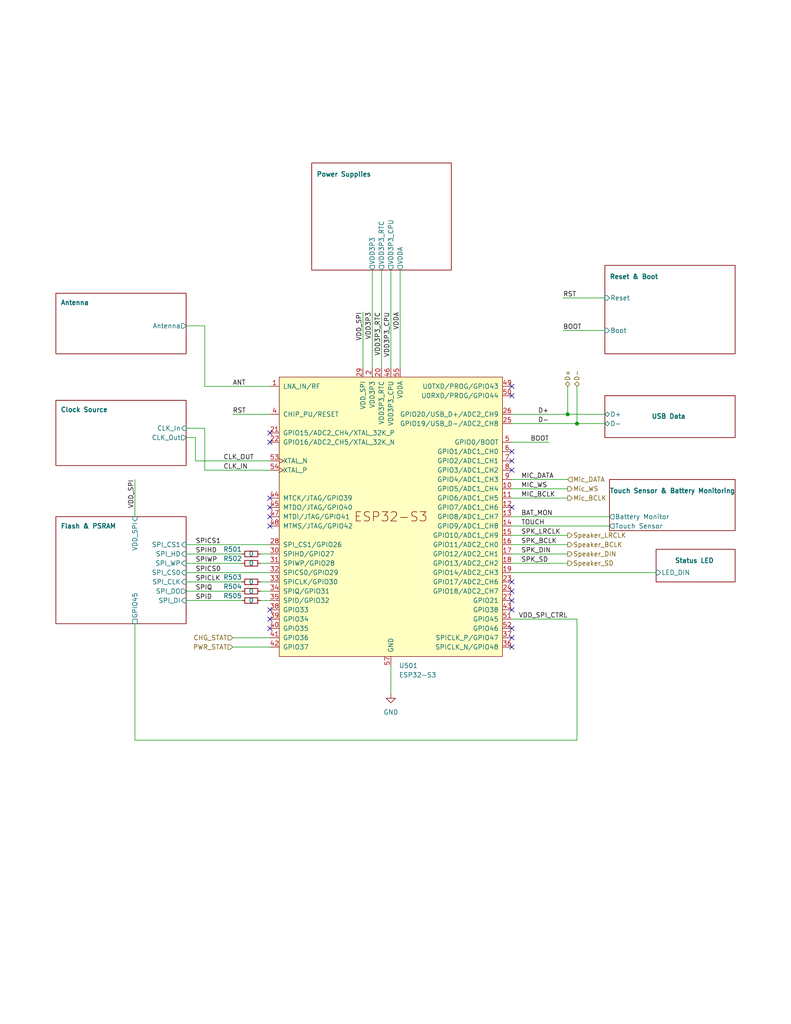
<source format=kicad_sch>
(kicad_sch
	(version 20231120)
	(generator "eeschema")
	(generator_version "8.0")
	(uuid "f7d267ff-5fff-420f-b306-f70ee542483c")
	(paper "A" portrait)
	(title_block
		(title "Comms Badge Voice Assistant")
		(date "2024-03-02")
		(rev "0.1.1")
		(company "Home Sweet Home Assistant")
	)
	(lib_symbols
		(symbol "Comms Badge Voice Assistant Project:ESP32-S3"
			(pin_names
				(offset 1.016)
			)
			(exclude_from_sim no)
			(in_bom yes)
			(on_board yes)
			(property "Reference" "U"
				(at -30.48 43.18 0)
				(effects
					(font
						(size 1.27 1.27)
					)
					(justify left)
				)
			)
			(property "Value" "ESP32-S3"
				(at -30.48 40.64 0)
				(effects
					(font
						(size 1.27 1.27)
					)
					(justify left)
				)
			)
			(property "Footprint" "Package_DFN_QFN:QFN-56-1EP_7x7mm_P0.4mm_EP5.6x5.6mm"
				(at 0 -48.26 0)
				(effects
					(font
						(size 1.27 1.27)
					)
					(hide yes)
				)
			)
			(property "Datasheet" "https://www.espressif.com/sites/default/files/documentation/esp32-s3_datasheet_en.pdf"
				(at 0 -50.8 0)
				(effects
					(font
						(size 1.27 1.27)
					)
					(hide yes)
				)
			)
			(property "Description" "ESP32-S3 is a low-power MCU-based system-on-chip (SoC) that supports 2.4 GHz Wi-Fi and Bluetooth® Low Energy (Bluetooth LE). It consists of high-performance dual-core microprocessor (Xtensa® 32-bit LX7), a low power coprocessor, a Wi-Fi baseband, a Bluetooth LE baseband, RF module, and peripherals."
				(at 0 0 0)
				(effects
					(font
						(size 1.27 1.27)
					)
					(hide yes)
				)
			)
			(symbol "ESP32-S3_0_0"
				(text "ESP32-S3"
					(at 0 0 0)
					(effects
						(font
							(size 2.54 2.54)
						)
					)
				)
				(pin bidirectional line
					(at 33.02 -35.56 180)
					(length 2.54)
					(name "SPICLK_N/GPIO48"
						(effects
							(font
								(size 1.27 1.27)
							)
						)
					)
					(number "36"
						(effects
							(font
								(size 1.27 1.27)
							)
						)
					)
				)
				(pin bidirectional line
					(at 33.02 -33.02 180)
					(length 2.54)
					(name "SPICLK_P/GPIO47"
						(effects
							(font
								(size 1.27 1.27)
							)
						)
					)
					(number "37"
						(effects
							(font
								(size 1.27 1.27)
							)
						)
					)
				)
			)
			(symbol "ESP32-S3_0_1"
				(rectangle
					(start -30.48 38.1)
					(end 30.48 -38.1)
					(stroke
						(width 0)
						(type default)
					)
					(fill
						(type background)
					)
				)
			)
			(symbol "ESP32-S3_1_1"
				(pin bidirectional line
					(at -33.02 35.56 0)
					(length 2.54)
					(name "LNA_IN/RF"
						(effects
							(font
								(size 1.27 1.27)
							)
						)
					)
					(number "1"
						(effects
							(font
								(size 1.27 1.27)
							)
						)
					)
				)
				(pin bidirectional line
					(at 33.02 7.62 180)
					(length 2.54)
					(name "GPIO5/ADC1_CH4"
						(effects
							(font
								(size 1.27 1.27)
							)
						)
					)
					(number "10"
						(effects
							(font
								(size 1.27 1.27)
							)
						)
					)
				)
				(pin bidirectional line
					(at 33.02 5.08 180)
					(length 2.54)
					(name "GPIO6/ADC1_CH5"
						(effects
							(font
								(size 1.27 1.27)
							)
						)
					)
					(number "11"
						(effects
							(font
								(size 1.27 1.27)
							)
						)
					)
				)
				(pin bidirectional line
					(at 33.02 2.54 180)
					(length 2.54)
					(name "GPIO7/ADC1_CH6"
						(effects
							(font
								(size 1.27 1.27)
							)
						)
					)
					(number "12"
						(effects
							(font
								(size 1.27 1.27)
							)
						)
					)
				)
				(pin bidirectional line
					(at 33.02 0 180)
					(length 2.54)
					(name "GPIO8/ADC1_CH7"
						(effects
							(font
								(size 1.27 1.27)
							)
						)
					)
					(number "13"
						(effects
							(font
								(size 1.27 1.27)
							)
						)
					)
				)
				(pin bidirectional line
					(at 33.02 -2.54 180)
					(length 2.54)
					(name "GPIO9/ADC1_CH8"
						(effects
							(font
								(size 1.27 1.27)
							)
						)
					)
					(number "14"
						(effects
							(font
								(size 1.27 1.27)
							)
						)
					)
				)
				(pin bidirectional line
					(at 33.02 -5.08 180)
					(length 2.54)
					(name "GPIO10/ADC1_CH9"
						(effects
							(font
								(size 1.27 1.27)
							)
						)
					)
					(number "15"
						(effects
							(font
								(size 1.27 1.27)
							)
						)
					)
				)
				(pin bidirectional line
					(at 33.02 -7.62 180)
					(length 2.54)
					(name "GPIO11/ADC2_CH0"
						(effects
							(font
								(size 1.27 1.27)
							)
						)
					)
					(number "16"
						(effects
							(font
								(size 1.27 1.27)
							)
						)
					)
				)
				(pin bidirectional line
					(at 33.02 -10.16 180)
					(length 2.54)
					(name "GPIO12/ADC2_CH1"
						(effects
							(font
								(size 1.27 1.27)
							)
						)
					)
					(number "17"
						(effects
							(font
								(size 1.27 1.27)
							)
						)
					)
				)
				(pin bidirectional line
					(at 33.02 -12.7 180)
					(length 2.54)
					(name "GPIO13/ADC2_CH2"
						(effects
							(font
								(size 1.27 1.27)
							)
						)
					)
					(number "18"
						(effects
							(font
								(size 1.27 1.27)
							)
						)
					)
				)
				(pin bidirectional line
					(at 33.02 -15.24 180)
					(length 2.54)
					(name "GPIO14/ADC2_CH3"
						(effects
							(font
								(size 1.27 1.27)
							)
						)
					)
					(number "19"
						(effects
							(font
								(size 1.27 1.27)
							)
						)
					)
				)
				(pin power_in line
					(at -5.08 40.64 270)
					(length 2.54)
					(name "VDD3P3"
						(effects
							(font
								(size 1.27 1.27)
							)
						)
					)
					(number "2"
						(effects
							(font
								(size 1.27 1.27)
							)
						)
					)
				)
				(pin power_in line
					(at -2.54 40.64 270)
					(length 2.54)
					(name "VDD3P3_RTC"
						(effects
							(font
								(size 1.27 1.27)
							)
						)
					)
					(number "20"
						(effects
							(font
								(size 1.27 1.27)
							)
						)
					)
				)
				(pin bidirectional line
					(at -33.02 22.86 0)
					(length 2.54)
					(name "GPIO15/ADC2_CH4/XTAL_32K_P"
						(effects
							(font
								(size 1.27 1.27)
							)
						)
					)
					(number "21"
						(effects
							(font
								(size 1.27 1.27)
							)
						)
					)
				)
				(pin bidirectional line
					(at -33.02 20.32 0)
					(length 2.54)
					(name "GPIO16/ADC2_CH5/XTAL_32K_N"
						(effects
							(font
								(size 1.27 1.27)
							)
						)
					)
					(number "22"
						(effects
							(font
								(size 1.27 1.27)
							)
						)
					)
				)
				(pin bidirectional line
					(at 33.02 -17.78 180)
					(length 2.54)
					(name "GPIO17/ADC2_CH6"
						(effects
							(font
								(size 1.27 1.27)
							)
						)
					)
					(number "23"
						(effects
							(font
								(size 1.27 1.27)
							)
						)
					)
				)
				(pin bidirectional line
					(at 33.02 -20.32 180)
					(length 2.54)
					(name "GPIO18/ADC2_CH7"
						(effects
							(font
								(size 1.27 1.27)
							)
						)
					)
					(number "24"
						(effects
							(font
								(size 1.27 1.27)
							)
						)
					)
				)
				(pin bidirectional line
					(at 33.02 25.4 180)
					(length 2.54)
					(name "GPIO19/USB_D-/ADC2_CH8"
						(effects
							(font
								(size 1.27 1.27)
							)
						)
					)
					(number "25"
						(effects
							(font
								(size 1.27 1.27)
							)
						)
					)
				)
				(pin bidirectional line
					(at 33.02 27.94 180)
					(length 2.54)
					(name "GPIO20/USB_D+/ADC2_CH9"
						(effects
							(font
								(size 1.27 1.27)
							)
						)
					)
					(number "26"
						(effects
							(font
								(size 1.27 1.27)
							)
						)
					)
				)
				(pin bidirectional line
					(at 33.02 -22.86 180)
					(length 2.54)
					(name "GPIO21"
						(effects
							(font
								(size 1.27 1.27)
							)
						)
					)
					(number "27"
						(effects
							(font
								(size 1.27 1.27)
							)
						)
					)
				)
				(pin bidirectional line
					(at -33.02 -7.62 0)
					(length 2.54)
					(name "SPI_CS1/GPIO26"
						(effects
							(font
								(size 1.27 1.27)
							)
						)
					)
					(number "28"
						(effects
							(font
								(size 1.27 1.27)
							)
						)
					)
				)
				(pin power_out line
					(at -7.62 40.64 270)
					(length 2.54)
					(name "VDD_SPI"
						(effects
							(font
								(size 1.27 1.27)
							)
						)
					)
					(number "29"
						(effects
							(font
								(size 1.27 1.27)
							)
						)
					)
				)
				(pin power_in line
					(at -5.08 40.64 270)
					(length 2.54) hide
					(name "VDD3P3"
						(effects
							(font
								(size 1.27 1.27)
							)
						)
					)
					(number "3"
						(effects
							(font
								(size 1.27 1.27)
							)
						)
					)
				)
				(pin bidirectional line
					(at -33.02 -10.16 0)
					(length 2.54)
					(name "SPIHD/GPIO27"
						(effects
							(font
								(size 1.27 1.27)
							)
						)
					)
					(number "30"
						(effects
							(font
								(size 1.27 1.27)
							)
						)
					)
				)
				(pin bidirectional line
					(at -33.02 -12.7 0)
					(length 2.54)
					(name "SPIWP/GPIO28"
						(effects
							(font
								(size 1.27 1.27)
							)
						)
					)
					(number "31"
						(effects
							(font
								(size 1.27 1.27)
							)
						)
					)
				)
				(pin bidirectional line
					(at -33.02 -15.24 0)
					(length 2.54)
					(name "SPICS0/GPIO29"
						(effects
							(font
								(size 1.27 1.27)
							)
						)
					)
					(number "32"
						(effects
							(font
								(size 1.27 1.27)
							)
						)
					)
				)
				(pin bidirectional line
					(at -33.02 -17.78 0)
					(length 2.54)
					(name "SPICLK/GPIO30"
						(effects
							(font
								(size 1.27 1.27)
							)
						)
					)
					(number "33"
						(effects
							(font
								(size 1.27 1.27)
							)
						)
					)
				)
				(pin bidirectional line
					(at -33.02 -20.32 0)
					(length 2.54)
					(name "SPIQ/GPIO31"
						(effects
							(font
								(size 1.27 1.27)
							)
						)
					)
					(number "34"
						(effects
							(font
								(size 1.27 1.27)
							)
						)
					)
				)
				(pin bidirectional line
					(at -33.02 -22.86 0)
					(length 2.54)
					(name "SPID/GPIO32"
						(effects
							(font
								(size 1.27 1.27)
							)
						)
					)
					(number "35"
						(effects
							(font
								(size 1.27 1.27)
							)
						)
					)
				)
				(pin bidirectional line
					(at -33.02 -25.4 0)
					(length 2.54)
					(name "GPIO33"
						(effects
							(font
								(size 1.27 1.27)
							)
						)
					)
					(number "38"
						(effects
							(font
								(size 1.27 1.27)
							)
						)
					)
				)
				(pin bidirectional line
					(at -33.02 -27.94 0)
					(length 2.54)
					(name "GPIO34"
						(effects
							(font
								(size 1.27 1.27)
							)
						)
					)
					(number "39"
						(effects
							(font
								(size 1.27 1.27)
							)
						)
					)
				)
				(pin input line
					(at -33.02 27.94 0)
					(length 2.54)
					(name "CHIP_PU/RESET"
						(effects
							(font
								(size 1.27 1.27)
							)
						)
					)
					(number "4"
						(effects
							(font
								(size 1.27 1.27)
							)
						)
					)
				)
				(pin bidirectional line
					(at -33.02 -30.48 0)
					(length 2.54)
					(name "GPIO35"
						(effects
							(font
								(size 1.27 1.27)
							)
						)
					)
					(number "40"
						(effects
							(font
								(size 1.27 1.27)
							)
						)
					)
				)
				(pin bidirectional line
					(at -33.02 -33.02 0)
					(length 2.54)
					(name "GPIO36"
						(effects
							(font
								(size 1.27 1.27)
							)
						)
					)
					(number "41"
						(effects
							(font
								(size 1.27 1.27)
							)
						)
					)
				)
				(pin bidirectional line
					(at -33.02 -35.56 0)
					(length 2.54)
					(name "GPIO37"
						(effects
							(font
								(size 1.27 1.27)
							)
						)
					)
					(number "42"
						(effects
							(font
								(size 1.27 1.27)
							)
						)
					)
				)
				(pin bidirectional line
					(at 33.02 -25.4 180)
					(length 2.54)
					(name "GPIO38"
						(effects
							(font
								(size 1.27 1.27)
							)
						)
					)
					(number "43"
						(effects
							(font
								(size 1.27 1.27)
							)
						)
					)
				)
				(pin bidirectional line
					(at -33.02 5.08 0)
					(length 2.54)
					(name "MTCK/JTAG/GPIO39"
						(effects
							(font
								(size 1.27 1.27)
							)
						)
					)
					(number "44"
						(effects
							(font
								(size 1.27 1.27)
							)
						)
					)
				)
				(pin bidirectional line
					(at -33.02 2.54 0)
					(length 2.54)
					(name "MTDO/JTAG/GPIO40"
						(effects
							(font
								(size 1.27 1.27)
							)
						)
					)
					(number "45"
						(effects
							(font
								(size 1.27 1.27)
							)
						)
					)
				)
				(pin power_in line
					(at 0 40.64 270)
					(length 2.54)
					(name "VDD3P3_CPU"
						(effects
							(font
								(size 1.27 1.27)
							)
						)
					)
					(number "46"
						(effects
							(font
								(size 1.27 1.27)
							)
						)
					)
				)
				(pin bidirectional line
					(at -33.02 0 0)
					(length 2.54)
					(name "MTDI/JTAG/GPIO41"
						(effects
							(font
								(size 1.27 1.27)
							)
						)
					)
					(number "47"
						(effects
							(font
								(size 1.27 1.27)
							)
						)
					)
				)
				(pin bidirectional line
					(at -33.02 -2.54 0)
					(length 2.54)
					(name "MTMS/JTAG/GPIO42"
						(effects
							(font
								(size 1.27 1.27)
							)
						)
					)
					(number "48"
						(effects
							(font
								(size 1.27 1.27)
							)
						)
					)
				)
				(pin bidirectional line
					(at 33.02 35.56 180)
					(length 2.54)
					(name "U0TXD/PROG/GPIO43"
						(effects
							(font
								(size 1.27 1.27)
							)
						)
					)
					(number "49"
						(effects
							(font
								(size 1.27 1.27)
							)
						)
					)
				)
				(pin bidirectional line
					(at 33.02 20.32 180)
					(length 2.54)
					(name "GPIO0/BOOT"
						(effects
							(font
								(size 1.27 1.27)
							)
						)
					)
					(number "5"
						(effects
							(font
								(size 1.27 1.27)
							)
						)
					)
				)
				(pin bidirectional line
					(at 33.02 33.02 180)
					(length 2.54)
					(name "U0RXD/PROG/GPIO44"
						(effects
							(font
								(size 1.27 1.27)
							)
						)
					)
					(number "50"
						(effects
							(font
								(size 1.27 1.27)
							)
						)
					)
				)
				(pin bidirectional line
					(at 33.02 -27.94 180)
					(length 2.54)
					(name "GPIO45"
						(effects
							(font
								(size 1.27 1.27)
							)
						)
					)
					(number "51"
						(effects
							(font
								(size 1.27 1.27)
							)
						)
					)
				)
				(pin bidirectional line
					(at 33.02 -30.48 180)
					(length 2.54)
					(name "GPIO46"
						(effects
							(font
								(size 1.27 1.27)
							)
						)
					)
					(number "52"
						(effects
							(font
								(size 1.27 1.27)
							)
						)
					)
				)
				(pin input clock
					(at -33.02 15.24 0)
					(length 2.54)
					(name "XTAL_N"
						(effects
							(font
								(size 1.27 1.27)
							)
						)
					)
					(number "53"
						(effects
							(font
								(size 1.27 1.27)
							)
						)
					)
				)
				(pin output clock
					(at -33.02 12.7 0)
					(length 2.54)
					(name "XTAL_P"
						(effects
							(font
								(size 1.27 1.27)
							)
						)
					)
					(number "54"
						(effects
							(font
								(size 1.27 1.27)
							)
						)
					)
				)
				(pin power_in line
					(at 2.54 40.64 270)
					(length 2.54)
					(name "VDDA"
						(effects
							(font
								(size 1.27 1.27)
							)
						)
					)
					(number "55"
						(effects
							(font
								(size 1.27 1.27)
							)
						)
					)
				)
				(pin passive line
					(at 2.54 40.64 270)
					(length 2.54) hide
					(name "VDDA"
						(effects
							(font
								(size 1.27 1.27)
							)
						)
					)
					(number "56"
						(effects
							(font
								(size 1.27 1.27)
							)
						)
					)
				)
				(pin power_in line
					(at 0 -40.64 90)
					(length 2.54)
					(name "GND"
						(effects
							(font
								(size 1.27 1.27)
							)
						)
					)
					(number "57"
						(effects
							(font
								(size 1.27 1.27)
							)
						)
					)
				)
				(pin bidirectional line
					(at 33.02 17.78 180)
					(length 2.54)
					(name "GPIO1/ADC1_CH0"
						(effects
							(font
								(size 1.27 1.27)
							)
						)
					)
					(number "6"
						(effects
							(font
								(size 1.27 1.27)
							)
						)
					)
				)
				(pin bidirectional line
					(at 33.02 15.24 180)
					(length 2.54)
					(name "GPIO2/ADC1_CH1"
						(effects
							(font
								(size 1.27 1.27)
							)
						)
					)
					(number "7"
						(effects
							(font
								(size 1.27 1.27)
							)
						)
					)
				)
				(pin bidirectional line
					(at 33.02 12.7 180)
					(length 2.54)
					(name "GPIO3/ADC1_CH2"
						(effects
							(font
								(size 1.27 1.27)
							)
						)
					)
					(number "8"
						(effects
							(font
								(size 1.27 1.27)
							)
						)
					)
				)
				(pin bidirectional line
					(at 33.02 10.16 180)
					(length 2.54)
					(name "GPIO4/ADC1_CH3"
						(effects
							(font
								(size 1.27 1.27)
							)
						)
					)
					(number "9"
						(effects
							(font
								(size 1.27 1.27)
							)
						)
					)
				)
			)
		)
		(symbol "Comms Badge Voice Assistant Project:GND"
			(power)
			(pin_names
				(offset 0)
			)
			(exclude_from_sim no)
			(in_bom yes)
			(on_board yes)
			(property "Reference" "#PWR"
				(at 0 -6.35 0)
				(effects
					(font
						(size 1.27 1.27)
					)
					(hide yes)
				)
			)
			(property "Value" "GND"
				(at 0 -3.81 0)
				(effects
					(font
						(size 1.27 1.27)
					)
				)
			)
			(property "Footprint" ""
				(at 0 0 0)
				(effects
					(font
						(size 1.27 1.27)
					)
					(hide yes)
				)
			)
			(property "Datasheet" ""
				(at 0 0 0)
				(effects
					(font
						(size 1.27 1.27)
					)
					(hide yes)
				)
			)
			(property "Description" "Power symbol creates a global label with name \"GND\" , ground"
				(at 0 0 0)
				(effects
					(font
						(size 1.27 1.27)
					)
					(hide yes)
				)
			)
			(property "ki_keywords" "global power"
				(at 0 0 0)
				(effects
					(font
						(size 1.27 1.27)
					)
					(hide yes)
				)
			)
			(symbol "GND_0_1"
				(polyline
					(pts
						(xy 0 0) (xy 0 -1.27) (xy 1.27 -1.27) (xy 0 -2.54) (xy -1.27 -1.27) (xy 0 -1.27)
					)
					(stroke
						(width 0)
						(type default)
					)
					(fill
						(type none)
					)
				)
			)
			(symbol "GND_1_1"
				(pin power_in line
					(at 0 0 270)
					(length 0) hide
					(name "GND"
						(effects
							(font
								(size 1.27 1.27)
							)
						)
					)
					(number "1"
						(effects
							(font
								(size 1.27 1.27)
							)
						)
					)
				)
			)
		)
		(symbol "Comms Badge Voice Assistant Project:R_Small"
			(pin_numbers hide)
			(pin_names
				(offset 0.254) hide)
			(exclude_from_sim no)
			(in_bom yes)
			(on_board yes)
			(property "Reference" "R"
				(at 0.762 0.508 0)
				(effects
					(font
						(size 1.27 1.27)
					)
					(justify left)
				)
			)
			(property "Value" "R_Small"
				(at 0.762 -1.016 0)
				(effects
					(font
						(size 1.27 1.27)
					)
					(justify left)
				)
			)
			(property "Footprint" ""
				(at 0 0 0)
				(effects
					(font
						(size 1.27 1.27)
					)
					(hide yes)
				)
			)
			(property "Datasheet" "~"
				(at 0 0 0)
				(effects
					(font
						(size 1.27 1.27)
					)
					(hide yes)
				)
			)
			(property "Description" "Resistor, small symbol"
				(at 0 0 0)
				(effects
					(font
						(size 1.27 1.27)
					)
					(hide yes)
				)
			)
			(property "ki_keywords" "R resistor"
				(at 0 0 0)
				(effects
					(font
						(size 1.27 1.27)
					)
					(hide yes)
				)
			)
			(property "ki_fp_filters" "R_*"
				(at 0 0 0)
				(effects
					(font
						(size 1.27 1.27)
					)
					(hide yes)
				)
			)
			(symbol "R_Small_0_1"
				(rectangle
					(start -0.762 1.778)
					(end 0.762 -1.778)
					(stroke
						(width 0.2032)
						(type default)
					)
					(fill
						(type none)
					)
				)
			)
			(symbol "R_Small_1_1"
				(pin passive line
					(at 0 2.54 270)
					(length 0.762)
					(name "~"
						(effects
							(font
								(size 1.27 1.27)
							)
						)
					)
					(number "1"
						(effects
							(font
								(size 1.27 1.27)
							)
						)
					)
				)
				(pin passive line
					(at 0 -2.54 90)
					(length 0.762)
					(name "~"
						(effects
							(font
								(size 1.27 1.27)
							)
						)
					)
					(number "2"
						(effects
							(font
								(size 1.27 1.27)
							)
						)
					)
				)
			)
		)
	)
	(junction
		(at 154.94 113.03)
		(diameter 0)
		(color 0 0 0 0)
		(uuid "3c641a87-cf9b-41d4-892e-0ed6c2ff68a2")
	)
	(junction
		(at 157.48 115.57)
		(diameter 0)
		(color 0 0 0 0)
		(uuid "747792fc-17c8-493a-9665-f0036714eeb0")
	)
	(no_connect
		(at 73.66 140.97)
		(uuid "0ec4eae1-bdef-4a92-87c8-3dd25cc456c4")
	)
	(no_connect
		(at 73.66 135.89)
		(uuid "2acc073c-1ff6-499e-89ba-cb2b0c68418c")
	)
	(no_connect
		(at 139.7 171.45)
		(uuid "2ef250c6-a94b-46b4-84e5-f4b6cc46d1ed")
	)
	(no_connect
		(at 73.66 143.51)
		(uuid "2f7bfcae-7481-4a5f-bd1d-8f8e4c7bdcf9")
	)
	(no_connect
		(at 139.7 123.19)
		(uuid "3b987528-039a-44ea-9cc8-ec073fd04977")
	)
	(no_connect
		(at 139.7 107.95)
		(uuid "3c50c46a-5f54-4854-b45f-618aa1e45b7e")
	)
	(no_connect
		(at 73.66 138.43)
		(uuid "5025ea85-73dd-4216-a5d3-1691db58fea5")
	)
	(no_connect
		(at 139.7 125.73)
		(uuid "527ffaa1-70b4-4e23-af55-be14b01139b5")
	)
	(no_connect
		(at 73.66 120.65)
		(uuid "671b5307-991d-41ad-ad05-3f6eb9f23519")
	)
	(no_connect
		(at 73.66 166.37)
		(uuid "6a6e6d89-f47f-4316-967f-8f07aec398ca")
	)
	(no_connect
		(at 139.7 166.37)
		(uuid "79ac5c0a-ddf1-407f-814e-dc6f41e06b81")
	)
	(no_connect
		(at 139.7 128.27)
		(uuid "7c2523fe-0506-4ee3-8344-6c102b093e21")
	)
	(no_connect
		(at 139.7 176.53)
		(uuid "857d677d-2718-4f0e-ae64-c03bb9063bd0")
	)
	(no_connect
		(at 73.66 118.11)
		(uuid "8a9d8d5c-51c9-4621-a7ad-28dd37373eed")
	)
	(no_connect
		(at 139.7 105.41)
		(uuid "8ff70cd6-a289-4cd1-8012-eb2d786b9a08")
	)
	(no_connect
		(at 139.7 158.75)
		(uuid "ac15d4c9-afd5-47ce-a93a-6edd037a1483")
	)
	(no_connect
		(at 139.7 163.83)
		(uuid "c5536651-c765-49e0-920f-a1f40cd19eda")
	)
	(no_connect
		(at 139.7 161.29)
		(uuid "c6bad301-aa8b-4d3f-b154-2658c520f6b4")
	)
	(no_connect
		(at 73.66 171.45)
		(uuid "ca0b8cb1-ead2-4b89-b013-25c586bf23d9")
	)
	(no_connect
		(at 139.7 138.43)
		(uuid "f13b4eab-f0f3-46d3-b429-cbbee6aab6cd")
	)
	(no_connect
		(at 139.7 173.99)
		(uuid "f24abd15-3279-40f9-bfc9-1b7d16628c75")
	)
	(no_connect
		(at 73.66 168.91)
		(uuid "f4db244d-73f7-49ed-a1da-089bc2c78252")
	)
	(wire
		(pts
			(xy 99.06 85.09) (xy 99.06 100.33)
		)
		(stroke
			(width 0)
			(type default)
		)
		(uuid "02e15bbe-ff70-4bff-9311-6255d3928cf1")
	)
	(wire
		(pts
			(xy 36.83 170.18) (xy 36.83 201.93)
		)
		(stroke
			(width 0)
			(type default)
		)
		(uuid "0d03422f-ca75-46be-b0c1-ab285975cea8")
	)
	(wire
		(pts
			(xy 157.48 105.41) (xy 157.48 115.57)
		)
		(stroke
			(width 0)
			(type default)
		)
		(uuid "1166cab9-c868-4e71-be75-8b5fc5b4af20")
	)
	(wire
		(pts
			(xy 55.88 105.41) (xy 73.66 105.41)
		)
		(stroke
			(width 0)
			(type default)
		)
		(uuid "15bed6d3-871c-4a66-b62c-b60b1ec1226a")
	)
	(wire
		(pts
			(xy 71.12 151.13) (xy 73.66 151.13)
		)
		(stroke
			(width 0)
			(type default)
		)
		(uuid "1da30c0a-e4bd-4206-ba84-bc86de947e9d")
	)
	(wire
		(pts
			(xy 50.8 148.59) (xy 73.66 148.59)
		)
		(stroke
			(width 0)
			(type default)
		)
		(uuid "201c5787-c63a-420c-aebe-0f0f9cba4935")
	)
	(wire
		(pts
			(xy 139.7 148.59) (xy 154.94 148.59)
		)
		(stroke
			(width 0)
			(type default)
		)
		(uuid "24f8b286-53cb-40c7-8ca9-9be5e4340f1a")
	)
	(wire
		(pts
			(xy 139.7 120.65) (xy 149.86 120.65)
		)
		(stroke
			(width 0)
			(type default)
		)
		(uuid "254e106b-1266-4ebc-8a6c-3f3392d96c92")
	)
	(wire
		(pts
			(xy 139.7 135.89) (xy 154.94 135.89)
		)
		(stroke
			(width 0)
			(type default)
		)
		(uuid "255cb995-e1e2-493f-89d1-a476b718366f")
	)
	(wire
		(pts
			(xy 139.7 143.51) (xy 166.37 143.51)
		)
		(stroke
			(width 0)
			(type default)
		)
		(uuid "295abfda-068e-48e8-bc0e-d809bcd85d29")
	)
	(wire
		(pts
			(xy 50.8 158.75) (xy 66.04 158.75)
		)
		(stroke
			(width 0)
			(type default)
		)
		(uuid "2b54450b-c12b-4d1b-abbb-993f9d2159e7")
	)
	(wire
		(pts
			(xy 55.88 88.9) (xy 55.88 105.41)
		)
		(stroke
			(width 0)
			(type default)
		)
		(uuid "38ae4ce6-22c5-4528-87a0-4753bada8611")
	)
	(wire
		(pts
			(xy 154.94 105.41) (xy 154.94 113.03)
		)
		(stroke
			(width 0)
			(type default)
		)
		(uuid "38b2f0f8-8758-42ea-a8d8-e881b732c3a4")
	)
	(wire
		(pts
			(xy 139.7 140.97) (xy 166.37 140.97)
		)
		(stroke
			(width 0)
			(type default)
		)
		(uuid "39a09a8e-14d2-42a5-98b7-a3affa8741e0")
	)
	(wire
		(pts
			(xy 157.48 115.57) (xy 165.1 115.57)
		)
		(stroke
			(width 0)
			(type default)
		)
		(uuid "3af92366-e3ac-4722-b7c2-3f3191dfcaf5")
	)
	(wire
		(pts
			(xy 73.66 128.27) (xy 55.88 128.27)
		)
		(stroke
			(width 0)
			(type default)
		)
		(uuid "3f72aa67-ef18-46db-a254-79b5f50a1d59")
	)
	(wire
		(pts
			(xy 71.12 163.83) (xy 73.66 163.83)
		)
		(stroke
			(width 0)
			(type default)
		)
		(uuid "4a14aff3-9a51-4790-beac-0bfd7fc88b62")
	)
	(wire
		(pts
			(xy 55.88 128.27) (xy 55.88 116.84)
		)
		(stroke
			(width 0)
			(type default)
		)
		(uuid "525c1634-f703-48ca-bcfc-d595562b2eeb")
	)
	(wire
		(pts
			(xy 139.7 113.03) (xy 154.94 113.03)
		)
		(stroke
			(width 0)
			(type default)
		)
		(uuid "5af6f979-54b6-4a11-98a2-39fa86b90e1b")
	)
	(wire
		(pts
			(xy 50.8 161.29) (xy 66.04 161.29)
		)
		(stroke
			(width 0)
			(type default)
		)
		(uuid "5b5cda0d-0672-4d41-a321-36098a207af5")
	)
	(wire
		(pts
			(xy 139.7 115.57) (xy 157.48 115.57)
		)
		(stroke
			(width 0)
			(type default)
		)
		(uuid "5ddb9774-b84d-49f8-b419-1810650428dc")
	)
	(wire
		(pts
			(xy 139.7 156.21) (xy 179.07 156.21)
		)
		(stroke
			(width 0)
			(type default)
		)
		(uuid "5f9a66ec-8113-4069-89a9-43d91b3dcc21")
	)
	(wire
		(pts
			(xy 165.1 81.28) (xy 153.67 81.28)
		)
		(stroke
			(width 0)
			(type default)
		)
		(uuid "6b3601a2-0f09-4ff5-bdcc-ea90419c4a28")
	)
	(wire
		(pts
			(xy 139.7 151.13) (xy 154.94 151.13)
		)
		(stroke
			(width 0)
			(type default)
		)
		(uuid "6ec7ea9d-db02-4fab-afe6-7d71d44e8faf")
	)
	(wire
		(pts
			(xy 109.22 73.66) (xy 109.22 100.33)
		)
		(stroke
			(width 0)
			(type default)
		)
		(uuid "71047420-35f2-4d00-9a6f-020aa33c42fc")
	)
	(wire
		(pts
			(xy 36.83 201.93) (xy 157.48 201.93)
		)
		(stroke
			(width 0)
			(type default)
		)
		(uuid "73b18bef-a2c9-46e7-8c34-3cb3f92194ca")
	)
	(wire
		(pts
			(xy 53.34 125.73) (xy 73.66 125.73)
		)
		(stroke
			(width 0)
			(type default)
		)
		(uuid "74bbb74b-1b94-4de3-af53-e1e9fc1fdd2b")
	)
	(wire
		(pts
			(xy 139.7 168.91) (xy 157.48 168.91)
		)
		(stroke
			(width 0)
			(type default)
		)
		(uuid "7931139f-21fe-40a0-909e-c459b1b8447d")
	)
	(wire
		(pts
			(xy 50.8 151.13) (xy 66.04 151.13)
		)
		(stroke
			(width 0)
			(type default)
		)
		(uuid "80259a7d-9b51-4fc3-b17c-c183fb874eea")
	)
	(wire
		(pts
			(xy 63.5 176.53) (xy 73.66 176.53)
		)
		(stroke
			(width 0)
			(type default)
		)
		(uuid "8343e30b-c84b-44f7-aa25-38983251b8fd")
	)
	(wire
		(pts
			(xy 101.6 73.66) (xy 101.6 100.33)
		)
		(stroke
			(width 0)
			(type default)
		)
		(uuid "84461014-006e-4152-acf0-a3f70b963e47")
	)
	(wire
		(pts
			(xy 106.68 181.61) (xy 106.68 189.23)
		)
		(stroke
			(width 0)
			(type default)
		)
		(uuid "89aaa087-ea62-44e2-80a3-5be1a8b9803e")
	)
	(wire
		(pts
			(xy 50.8 163.83) (xy 66.04 163.83)
		)
		(stroke
			(width 0)
			(type default)
		)
		(uuid "8d92c173-4fb8-4f3e-8633-61912cab923f")
	)
	(wire
		(pts
			(xy 106.68 73.66) (xy 106.68 100.33)
		)
		(stroke
			(width 0)
			(type default)
		)
		(uuid "9090031f-fd98-49a9-bff2-e16544f725ac")
	)
	(wire
		(pts
			(xy 63.5 173.99) (xy 73.66 173.99)
		)
		(stroke
			(width 0)
			(type default)
		)
		(uuid "98c5f366-b8a0-44f5-aede-4ff247b9a529")
	)
	(wire
		(pts
			(xy 165.1 90.17) (xy 153.67 90.17)
		)
		(stroke
			(width 0)
			(type default)
		)
		(uuid "9a472e51-3b19-4b20-b7bb-ff92c09e93bf")
	)
	(wire
		(pts
			(xy 154.94 113.03) (xy 165.1 113.03)
		)
		(stroke
			(width 0)
			(type default)
		)
		(uuid "9fadad5e-f197-4429-b02a-15e7db1ea130")
	)
	(wire
		(pts
			(xy 139.7 146.05) (xy 154.94 146.05)
		)
		(stroke
			(width 0)
			(type default)
		)
		(uuid "9ff06366-f479-4ba1-924e-e966d88f3e79")
	)
	(wire
		(pts
			(xy 50.8 119.38) (xy 53.34 119.38)
		)
		(stroke
			(width 0)
			(type default)
		)
		(uuid "ab315861-dd7c-4f95-ba6b-832ca80ec618")
	)
	(wire
		(pts
			(xy 63.5 113.03) (xy 73.66 113.03)
		)
		(stroke
			(width 0)
			(type default)
		)
		(uuid "b56a84cc-208e-461a-a26a-0601e98ec29d")
	)
	(wire
		(pts
			(xy 71.12 161.29) (xy 73.66 161.29)
		)
		(stroke
			(width 0)
			(type default)
		)
		(uuid "b8143adc-5f59-457d-9cb0-38ae6f29a02f")
	)
	(wire
		(pts
			(xy 50.8 116.84) (xy 55.88 116.84)
		)
		(stroke
			(width 0)
			(type default)
		)
		(uuid "c406b0b2-487a-4119-9ed3-69d709b14e1b")
	)
	(wire
		(pts
			(xy 71.12 153.67) (xy 73.66 153.67)
		)
		(stroke
			(width 0)
			(type default)
		)
		(uuid "c51c3a07-ec3f-4244-8216-22df581c38fd")
	)
	(wire
		(pts
			(xy 71.12 158.75) (xy 73.66 158.75)
		)
		(stroke
			(width 0)
			(type default)
		)
		(uuid "cf4610c0-07d3-483b-8a49-add1c9c92fe0")
	)
	(wire
		(pts
			(xy 50.8 156.21) (xy 73.66 156.21)
		)
		(stroke
			(width 0)
			(type default)
		)
		(uuid "d079caf0-9518-403a-81b6-78a1d99986d6")
	)
	(wire
		(pts
			(xy 50.8 153.67) (xy 66.04 153.67)
		)
		(stroke
			(width 0)
			(type default)
		)
		(uuid "d53047f6-ba53-4240-ab4d-c573f78b9c2b")
	)
	(wire
		(pts
			(xy 104.14 73.66) (xy 104.14 100.33)
		)
		(stroke
			(width 0)
			(type default)
		)
		(uuid "d7f9f603-fd07-4a7e-8772-ad1b9c661e7d")
	)
	(wire
		(pts
			(xy 50.8 88.9) (xy 55.88 88.9)
		)
		(stroke
			(width 0)
			(type default)
		)
		(uuid "dac0b02f-689b-4391-8588-0568c498a96b")
	)
	(wire
		(pts
			(xy 139.7 133.35) (xy 154.94 133.35)
		)
		(stroke
			(width 0)
			(type default)
		)
		(uuid "e94b8f41-bb06-4d47-b432-7b6d59050bbf")
	)
	(wire
		(pts
			(xy 139.7 130.81) (xy 154.94 130.81)
		)
		(stroke
			(width 0)
			(type default)
		)
		(uuid "ee13ad1a-e4a1-4621-a02f-83d893196b6a")
	)
	(wire
		(pts
			(xy 53.34 119.38) (xy 53.34 125.73)
		)
		(stroke
			(width 0)
			(type default)
		)
		(uuid "f1409dfa-051b-466f-83f2-1bfc4c63d51a")
	)
	(wire
		(pts
			(xy 157.48 201.93) (xy 157.48 168.91)
		)
		(stroke
			(width 0)
			(type default)
		)
		(uuid "f2824ab5-3e1a-4567-87f8-723ff7d965b5")
	)
	(wire
		(pts
			(xy 139.7 153.67) (xy 154.94 153.67)
		)
		(stroke
			(width 0)
			(type default)
		)
		(uuid "fa40bf24-4f51-452f-baed-b5e439659c21")
	)
	(wire
		(pts
			(xy 36.83 130.81) (xy 36.83 140.97)
		)
		(stroke
			(width 0)
			(type default)
		)
		(uuid "fa4ad968-39e4-4b02-b4c6-cf79f6a1b1f7")
	)
	(label "SPICS0"
		(at 53.34 156.21 0)
		(fields_autoplaced yes)
		(effects
			(font
				(size 1.27 1.27)
			)
			(justify left bottom)
		)
		(uuid "0250dea5-bcbc-4bd3-ae3f-21ae75b1b5d9")
	)
	(label "VDD_SPI_CTRL"
		(at 154.94 168.91 180)
		(fields_autoplaced yes)
		(effects
			(font
				(size 1.27 1.27)
			)
			(justify right bottom)
		)
		(uuid "04b73c90-b705-46a4-a38e-b821e01f86f6")
	)
	(label "BOOT"
		(at 149.86 120.65 180)
		(fields_autoplaced yes)
		(effects
			(font
				(size 1.27 1.27)
			)
			(justify right bottom)
		)
		(uuid "113e2694-b800-4202-8af9-a1e52a89b582")
	)
	(label "SPIWP"
		(at 53.34 153.67 0)
		(fields_autoplaced yes)
		(effects
			(font
				(size 1.27 1.27)
			)
			(justify left bottom)
		)
		(uuid "13722f0f-a1f3-47de-a0c1-11b09478184b")
	)
	(label "SPICS1"
		(at 53.34 148.59 0)
		(fields_autoplaced yes)
		(effects
			(font
				(size 1.27 1.27)
			)
			(justify left bottom)
		)
		(uuid "189e7237-2cd6-40d0-9307-da4aa91746db")
	)
	(label "D-"
		(at 149.86 115.57 180)
		(fields_autoplaced yes)
		(effects
			(font
				(size 1.27 1.27)
			)
			(justify right bottom)
		)
		(uuid "1c2ebd95-ddcc-4536-9a69-448cc072f94c")
	)
	(label "D+"
		(at 149.86 113.03 180)
		(fields_autoplaced yes)
		(effects
			(font
				(size 1.27 1.27)
			)
			(justify right bottom)
		)
		(uuid "208e8fd1-ee1a-47a0-a721-df112426d5cf")
	)
	(label "VDD3P3_CPU"
		(at 106.68 85.09 270)
		(fields_autoplaced yes)
		(effects
			(font
				(size 1.27 1.27)
			)
			(justify right bottom)
		)
		(uuid "21d77347-dbab-49e7-b756-7fac78d72c6e")
		(property "Netclass" "+3V3"
			(at 107.95 85.09 90)
			(effects
				(font
					(size 1.27 1.27)
					(italic yes)
				)
				(justify right)
				(hide yes)
			)
		)
	)
	(label "MIC_WS"
		(at 142.24 133.35 0)
		(fields_autoplaced yes)
		(effects
			(font
				(size 1.27 1.27)
			)
			(justify left bottom)
		)
		(uuid "24709839-8320-4f2f-898a-2136ebc8fd8c")
	)
	(label "SPIQ"
		(at 53.34 161.29 0)
		(fields_autoplaced yes)
		(effects
			(font
				(size 1.27 1.27)
			)
			(justify left bottom)
		)
		(uuid "24c9e749-5815-4260-8dc9-18048265fb56")
	)
	(label "BOOT"
		(at 153.67 90.17 0)
		(fields_autoplaced yes)
		(effects
			(font
				(size 1.27 1.27)
			)
			(justify left bottom)
		)
		(uuid "39aa2b8c-66f9-4805-bf2b-aa9e12c915fb")
	)
	(label "SPK_LRCLK"
		(at 142.24 146.05 0)
		(fields_autoplaced yes)
		(effects
			(font
				(size 1.27 1.27)
			)
			(justify left bottom)
		)
		(uuid "4cd8f2d8-a2da-4d8f-ad40-1e6aa9c49d33")
	)
	(label "SPID"
		(at 53.34 163.83 0)
		(fields_autoplaced yes)
		(effects
			(font
				(size 1.27 1.27)
			)
			(justify left bottom)
		)
		(uuid "51bcb773-7465-470b-ade5-7a5f227c5529")
	)
	(label "VDDA"
		(at 109.22 85.09 270)
		(fields_autoplaced yes)
		(effects
			(font
				(size 1.27 1.27)
			)
			(justify right bottom)
		)
		(uuid "5c3f309e-31e8-4772-bed8-4209e7eb6e85")
		(property "Netclass" "+3V3"
			(at 110.49 85.09 90)
			(effects
				(font
					(size 1.27 1.27)
					(italic yes)
				)
				(justify right)
				(hide yes)
			)
		)
	)
	(label "SPK_BCLK"
		(at 142.24 148.59 0)
		(fields_autoplaced yes)
		(effects
			(font
				(size 1.27 1.27)
			)
			(justify left bottom)
		)
		(uuid "69eaaadb-ed0c-4e89-a32e-600e359cf042")
	)
	(label "BAT_MON"
		(at 142.24 140.97 0)
		(fields_autoplaced yes)
		(effects
			(font
				(size 1.27 1.27)
			)
			(justify left bottom)
		)
		(uuid "6dc99c1a-f5b9-48d1-aec8-defafca1b34b")
	)
	(label "VDD3P3"
		(at 101.6 85.09 270)
		(fields_autoplaced yes)
		(effects
			(font
				(size 1.27 1.27)
			)
			(justify right bottom)
		)
		(uuid "6dd44680-4fe6-457c-baf5-e760bb108d51")
		(property "Netclass" "+3V3"
			(at 102.87 85.09 90)
			(effects
				(font
					(size 1.27 1.27)
					(italic yes)
				)
				(justify right)
				(hide yes)
			)
		)
	)
	(label "VDD3P3_RTC"
		(at 104.14 85.09 270)
		(fields_autoplaced yes)
		(effects
			(font
				(size 1.27 1.27)
			)
			(justify right bottom)
		)
		(uuid "76f582a2-7d90-4e3c-a12b-5df0789214f6")
		(property "Netclass" "+3V3"
			(at 105.41 85.09 90)
			(effects
				(font
					(size 1.27 1.27)
					(italic yes)
				)
				(justify right)
				(hide yes)
			)
		)
	)
	(label "ANT"
		(at 63.5 105.41 0)
		(fields_autoplaced yes)
		(effects
			(font
				(size 1.27 1.27)
			)
			(justify left bottom)
		)
		(uuid "841ff523-93f5-4d49-a66d-ebe831ab394e")
	)
	(label "SPIHD"
		(at 53.34 151.13 0)
		(fields_autoplaced yes)
		(effects
			(font
				(size 1.27 1.27)
			)
			(justify left bottom)
		)
		(uuid "84df688b-6e5c-4bb5-b6a0-d296d2ad7cfc")
	)
	(label "SPK_DIN"
		(at 142.24 151.13 0)
		(fields_autoplaced yes)
		(effects
			(font
				(size 1.27 1.27)
			)
			(justify left bottom)
		)
		(uuid "8adf63ea-12a8-4afd-ac63-65e3fd2fa044")
	)
	(label "VDD_SPI"
		(at 36.83 130.81 270)
		(fields_autoplaced yes)
		(effects
			(font
				(size 1.27 1.27)
			)
			(justify right bottom)
		)
		(uuid "98eecb3b-0caa-4764-89c4-6ea66c377ea0")
	)
	(label "CLK_OUT"
		(at 60.96 125.73 0)
		(fields_autoplaced yes)
		(effects
			(font
				(size 1.27 1.27)
			)
			(justify left bottom)
		)
		(uuid "9f0adddf-1c61-4dfc-b338-b9a4877c9a60")
	)
	(label "SPICLK"
		(at 53.34 158.75 0)
		(fields_autoplaced yes)
		(effects
			(font
				(size 1.27 1.27)
			)
			(justify left bottom)
		)
		(uuid "9f5a4dd0-c9d3-4610-abc8-c8251d6a05fe")
	)
	(label "CLK_IN"
		(at 60.96 128.27 0)
		(fields_autoplaced yes)
		(effects
			(font
				(size 1.27 1.27)
			)
			(justify left bottom)
		)
		(uuid "af71ffdd-043d-4162-a9a5-e2ce16ca3179")
	)
	(label "MIC_DATA"
		(at 142.24 130.81 0)
		(fields_autoplaced yes)
		(effects
			(font
				(size 1.27 1.27)
			)
			(justify left bottom)
		)
		(uuid "b6bf9a82-82d5-46ff-a38b-be7362c2a789")
	)
	(label "RST"
		(at 153.67 81.28 0)
		(fields_autoplaced yes)
		(effects
			(font
				(size 1.27 1.27)
			)
			(justify left bottom)
		)
		(uuid "bd83f331-7ffb-45f0-bca0-9fdb06e32d7b")
	)
	(label "RST"
		(at 63.5 113.03 0)
		(fields_autoplaced yes)
		(effects
			(font
				(size 1.27 1.27)
			)
			(justify left bottom)
		)
		(uuid "cb41d22a-57ff-432e-8d5d-57100aea1b09")
	)
	(label "TOUCH"
		(at 142.24 143.51 0)
		(fields_autoplaced yes)
		(effects
			(font
				(size 1.27 1.27)
			)
			(justify left bottom)
		)
		(uuid "d46c06c9-ff12-4b52-bb8c-5d745c5be197")
	)
	(label "VDD_SPI"
		(at 99.06 85.09 270)
		(fields_autoplaced yes)
		(effects
			(font
				(size 1.27 1.27)
			)
			(justify right bottom)
		)
		(uuid "e7633dc8-4438-4c86-ba3e-ea04041ba569")
	)
	(label "MIC_BCLK"
		(at 142.24 135.89 0)
		(fields_autoplaced yes)
		(effects
			(font
				(size 1.27 1.27)
			)
			(justify left bottom)
		)
		(uuid "e98852e0-3134-45df-8831-0ca940d33b7f")
	)
	(label "SPK_SD"
		(at 142.24 153.67 0)
		(fields_autoplaced yes)
		(effects
			(font
				(size 1.27 1.27)
			)
			(justify left bottom)
		)
		(uuid "ee429474-876b-4af4-b0c9-079f3118a2c0")
	)
	(hierarchical_label "PWR_STAT"
		(shape input)
		(at 63.5 176.53 180)
		(fields_autoplaced yes)
		(effects
			(font
				(size 1.27 1.27)
			)
			(justify right)
		)
		(uuid "1bb50d62-d3de-4b20-ba42-1e77f6e45d31")
	)
	(hierarchical_label "Speaker_DIN"
		(shape output)
		(at 154.94 151.13 0)
		(fields_autoplaced yes)
		(effects
			(font
				(size 1.27 1.27)
			)
			(justify left)
		)
		(uuid "29129c32-d90e-4fba-8078-f5d27214ea7a")
	)
	(hierarchical_label "Mic_DATA"
		(shape input)
		(at 154.94 130.81 0)
		(fields_autoplaced yes)
		(effects
			(font
				(size 1.27 1.27)
			)
			(justify left)
		)
		(uuid "43a8690c-d67d-406a-a61e-0ad94915186a")
	)
	(hierarchical_label "Speaker_SD"
		(shape output)
		(at 154.94 153.67 0)
		(fields_autoplaced yes)
		(effects
			(font
				(size 1.27 1.27)
			)
			(justify left)
		)
		(uuid "68174f4d-4317-4a42-bce4-1ae456bf4b76")
	)
	(hierarchical_label "D+"
		(shape bidirectional)
		(at 154.94 105.41 90)
		(fields_autoplaced yes)
		(effects
			(font
				(size 1.27 1.27)
			)
			(justify left)
		)
		(uuid "6d880b9a-6be5-4938-82fa-b35e352c04fe")
	)
	(hierarchical_label "CHG_STAT"
		(shape input)
		(at 63.5 173.99 180)
		(fields_autoplaced yes)
		(effects
			(font
				(size 1.27 1.27)
			)
			(justify right)
		)
		(uuid "756a823d-d5fe-4c17-8473-96cda841455d")
	)
	(hierarchical_label "D-"
		(shape bidirectional)
		(at 157.48 105.41 90)
		(fields_autoplaced yes)
		(effects
			(font
				(size 1.27 1.27)
			)
			(justify left)
		)
		(uuid "7727c5ea-bc2d-4f03-99d2-58505dd0593f")
	)
	(hierarchical_label "Speaker_LRCLK"
		(shape output)
		(at 154.94 146.05 0)
		(fields_autoplaced yes)
		(effects
			(font
				(size 1.27 1.27)
			)
			(justify left)
		)
		(uuid "b3982b11-e809-4334-af40-e0e9706fffdf")
	)
	(hierarchical_label "Mic_WS"
		(shape output)
		(at 154.94 133.35 0)
		(fields_autoplaced yes)
		(effects
			(font
				(size 1.27 1.27)
			)
			(justify left)
		)
		(uuid "b497e910-3ba7-459f-996d-755d97e31e76")
	)
	(hierarchical_label "Mic_BCLK"
		(shape output)
		(at 154.94 135.89 0)
		(fields_autoplaced yes)
		(effects
			(font
				(size 1.27 1.27)
			)
			(justify left)
		)
		(uuid "ce1fcf1e-f117-4ca7-8005-8f55102ac3a5")
	)
	(hierarchical_label "Speaker_BCLK"
		(shape output)
		(at 154.94 148.59 0)
		(fields_autoplaced yes)
		(effects
			(font
				(size 1.27 1.27)
			)
			(justify left)
		)
		(uuid "f2b191dd-9964-45a5-9dda-cbbbd91ccf13")
	)
	(symbol
		(lib_id "Comms Badge Voice Assistant Project:ESP32-S3")
		(at 106.68 140.97 0)
		(unit 1)
		(exclude_from_sim no)
		(in_bom yes)
		(on_board yes)
		(dnp no)
		(fields_autoplaced yes)
		(uuid "44235f16-b90d-4fe5-b6fd-b73e3b311c05")
		(property "Reference" "U501"
			(at 108.8741 181.61 0)
			(effects
				(font
					(size 1.27 1.27)
				)
				(justify left)
			)
		)
		(property "Value" "ESP32-S3"
			(at 108.8741 184.15 0)
			(effects
				(font
					(size 1.27 1.27)
				)
				(justify left)
			)
		)
		(property "Footprint" "Package_DFN_QFN:QFN-56-1EP_7x7mm_P0.4mm_EP5.6x5.6mm"
			(at 106.68 189.23 0)
			(effects
				(font
					(size 1.27 1.27)
				)
				(hide yes)
			)
		)
		(property "Datasheet" "https://www.espressif.com/sites/default/files/documentation/esp32-s3_datasheet_en.pdf"
			(at 106.68 191.77 0)
			(effects
				(font
					(size 1.27 1.27)
				)
				(hide yes)
			)
		)
		(property "Description" ""
			(at 106.68 140.97 0)
			(effects
				(font
					(size 1.27 1.27)
				)
				(hide yes)
			)
		)
		(property "LCSC #" "C2913192"
			(at 106.68 140.97 0)
			(effects
				(font
					(size 1.27 1.27)
				)
				(hide yes)
			)
		)
		(property "Mfr. Part #" "ESP32-S3"
			(at 106.68 140.97 0)
			(effects
				(font
					(size 1.27 1.27)
				)
				(hide yes)
			)
		)
		(property "DigiKey #" "1965-ESP32-S3-ND"
			(at 106.68 140.97 0)
			(effects
				(font
					(size 1.27 1.27)
				)
				(hide yes)
			)
		)
		(property "Mouser #" "356-ESP32-S3"
			(at 106.68 140.97 0)
			(effects
				(font
					(size 1.27 1.27)
				)
				(hide yes)
			)
		)
		(property "Price" "2.5471"
			(at 106.68 140.97 0)
			(effects
				(font
					(size 1.27 1.27)
				)
				(hide yes)
			)
		)
		(pin "36"
			(uuid "b3e59bcd-20d8-4656-849a-f1aee825b3d7")
		)
		(pin "37"
			(uuid "d97e9ea2-1084-4d25-b27a-3ebba525009c")
		)
		(pin "1"
			(uuid "f240e279-f0ac-4a00-9711-20f825e29d58")
		)
		(pin "10"
			(uuid "d9e40f12-c594-4785-b3a0-dbf514ebcd80")
		)
		(pin "11"
			(uuid "b05acfda-3585-42ba-8ce8-5dc4a74ee1e6")
		)
		(pin "12"
			(uuid "ed49d5df-dd6a-49e1-874b-abfb85afca08")
		)
		(pin "13"
			(uuid "24c87e54-1dc1-4b93-a1fc-4bb4061c3082")
		)
		(pin "14"
			(uuid "5c3fc7e0-f7ff-400c-8064-aff52ae4ff0e")
		)
		(pin "15"
			(uuid "cd59dadc-9c8f-4f20-a035-8f1d22e81a96")
		)
		(pin "16"
			(uuid "0b6f18e4-1fc9-4ab3-90ee-999bc4cfdad6")
		)
		(pin "17"
			(uuid "d1680533-e702-4137-b275-aedbee7e368a")
		)
		(pin "18"
			(uuid "d6efda0b-65b8-4619-bee7-73f00cb4c16a")
		)
		(pin "19"
			(uuid "7fd84adc-f263-4500-8697-ecb8af98d8c4")
		)
		(pin "2"
			(uuid "7fb0b7f4-1d64-4af3-825f-cc9fbe742857")
		)
		(pin "20"
			(uuid "6cd9c28b-bb79-4e40-a90f-2f330dfa3f75")
		)
		(pin "21"
			(uuid "851ae7e1-5f66-48ce-a6d8-245df50c47fc")
		)
		(pin "22"
			(uuid "d343b668-4b32-4095-98a3-2cfafe0fa88c")
		)
		(pin "23"
			(uuid "be33504f-04a6-45bd-9eec-530f39043658")
		)
		(pin "24"
			(uuid "d36a3cf6-2340-4d76-b048-77381bc19590")
		)
		(pin "25"
			(uuid "91c7b071-704c-4a72-9d3a-42a3d4ea1e5d")
		)
		(pin "26"
			(uuid "47aba875-45ed-471a-aaa3-8c2931ec095e")
		)
		(pin "27"
			(uuid "a0adc43e-7be1-48ed-bd16-920295cc30ed")
		)
		(pin "28"
			(uuid "b64a83ac-6c13-465c-8097-a47849403771")
		)
		(pin "29"
			(uuid "2e83e4f1-b18e-4e9c-96c3-c898f70d658a")
		)
		(pin "3"
			(uuid "53282faf-8557-4a1b-882e-a926b42ae19c")
		)
		(pin "30"
			(uuid "bce519dd-c66a-4bc7-924a-635c8e705f27")
		)
		(pin "31"
			(uuid "47660bef-1e9c-4913-a9a2-e9a9a858db13")
		)
		(pin "32"
			(uuid "623b307e-258c-4fc2-a1bf-1c4a8ac4057c")
		)
		(pin "33"
			(uuid "b675cba5-4746-49c6-a06f-f6c0f5151257")
		)
		(pin "34"
			(uuid "4019e7e2-e224-4858-aa31-02d76bae5987")
		)
		(pin "35"
			(uuid "7bccc67b-aeed-4f25-b1dc-2d733f4baa7f")
		)
		(pin "38"
			(uuid "2131742e-b405-4ce9-862a-3ff1456154b2")
		)
		(pin "39"
			(uuid "24d100df-b877-4e63-8cc1-423b68b46345")
		)
		(pin "4"
			(uuid "5e399a4a-c203-4d5f-9711-47578a91f0c8")
		)
		(pin "40"
			(uuid "42bec9be-fe66-4412-a8a6-f4fb0cf134cf")
		)
		(pin "41"
			(uuid "edd3d35f-657d-4623-932b-5c8ce42d6380")
		)
		(pin "42"
			(uuid "985715e0-ce68-4dbb-9185-bea6c6483a90")
		)
		(pin "43"
			(uuid "44e90202-c7af-4fd0-9765-fe65a309edfe")
		)
		(pin "44"
			(uuid "f753954b-9987-4804-9f3c-3ec84db8e9fb")
		)
		(pin "45"
			(uuid "8f7d6daf-0993-42c1-8ddb-50853d88d800")
		)
		(pin "46"
			(uuid "d4bb542f-57ca-4fac-b372-902b2d96ebc6")
		)
		(pin "47"
			(uuid "72fec2f6-e654-434e-9690-0752680582df")
		)
		(pin "48"
			(uuid "c73c1bf0-0bdc-4fc2-924a-1b4c8ce4f902")
		)
		(pin "49"
			(uuid "56213498-71ad-408a-b184-4916ad242df1")
		)
		(pin "5"
			(uuid "7fb23eca-191c-4c98-bf89-a6d1c274ba03")
		)
		(pin "50"
			(uuid "5fd831fd-859e-4795-b59c-fedf43ff0713")
		)
		(pin "51"
			(uuid "d794c7cb-20aa-46bd-932a-041ba2f3757b")
		)
		(pin "52"
			(uuid "9a1d8f83-7b5f-42bc-b33a-549b1cc77dac")
		)
		(pin "53"
			(uuid "3bffaa16-40ca-468d-8edc-07e78fbdcb7d")
		)
		(pin "54"
			(uuid "9159c3c6-bc62-4459-b65e-349a4fb47cd8")
		)
		(pin "55"
			(uuid "5073d6e1-82e7-4628-8c6b-69b55446a136")
		)
		(pin "56"
			(uuid "f0537a3b-b5d9-4f8b-b7d0-2cd637272c7b")
		)
		(pin "57"
			(uuid "0562e961-2504-4a35-978f-a5760f6b1a3c")
		)
		(pin "6"
			(uuid "5a73f4f7-8c86-40d1-8f0d-df492b361ab0")
		)
		(pin "7"
			(uuid "f0076e12-216c-4cb3-94ac-9349dfd52eb7")
		)
		(pin "8"
			(uuid "8bb9426d-9c95-450a-895b-215394ae83ba")
		)
		(pin "9"
			(uuid "15d56ede-fbf4-420f-acf0-cb9d29fef1f7")
		)
		(instances
			(project "Comms Badge Voice Assistant Project"
				(path "/615e3260-ff62-492c-a651-02eeac1fdade/5fa97130-643a-4419-aa6c-6ca7316b1e6f"
					(reference "U501")
					(unit 1)
				)
			)
		)
	)
	(symbol
		(lib_id "Comms Badge Voice Assistant Project:GND")
		(at 106.68 189.23 0)
		(unit 1)
		(exclude_from_sim no)
		(in_bom yes)
		(on_board yes)
		(dnp no)
		(fields_autoplaced yes)
		(uuid "77a3f531-a7cd-4b8d-baf7-cc1a52a8014b")
		(property "Reference" "#PWR0501"
			(at 106.68 195.58 0)
			(effects
				(font
					(size 1.27 1.27)
				)
				(hide yes)
			)
		)
		(property "Value" "GND"
			(at 106.68 194.31 0)
			(effects
				(font
					(size 1.27 1.27)
				)
			)
		)
		(property "Footprint" ""
			(at 106.68 189.23 0)
			(effects
				(font
					(size 1.27 1.27)
				)
				(hide yes)
			)
		)
		(property "Datasheet" ""
			(at 106.68 189.23 0)
			(effects
				(font
					(size 1.27 1.27)
				)
				(hide yes)
			)
		)
		(property "Description" ""
			(at 106.68 189.23 0)
			(effects
				(font
					(size 1.27 1.27)
				)
				(hide yes)
			)
		)
		(pin "1"
			(uuid "704eed1d-44bf-4761-8e61-51bc9f15dcbb")
		)
		(instances
			(project "Comms Badge Voice Assistant Project"
				(path "/615e3260-ff62-492c-a651-02eeac1fdade/5fa97130-643a-4419-aa6c-6ca7316b1e6f"
					(reference "#PWR0501")
					(unit 1)
				)
			)
		)
	)
	(symbol
		(lib_id "Comms Badge Voice Assistant Project:R_Small")
		(at 68.58 158.75 90)
		(unit 1)
		(exclude_from_sim no)
		(in_bom yes)
		(on_board yes)
		(dnp no)
		(uuid "77ad673e-4ebc-4db1-89bb-f0d100383eaf")
		(property "Reference" "R503"
			(at 66.04 157.48 90)
			(effects
				(font
					(size 1.27 1.27)
				)
				(justify left)
			)
		)
		(property "Value" "0"
			(at 68.58 158.75 90)
			(effects
				(font
					(size 1.27 1.27)
				)
			)
		)
		(property "Footprint" "Resistor_SMD:R_0402_1005Metric"
			(at 68.58 158.75 0)
			(effects
				(font
					(size 1.27 1.27)
				)
				(hide yes)
			)
		)
		(property "Datasheet" "https://datasheet.lcsc.com/lcsc/2304140030_YAGEO-RC0402FR-070RL_C106231.pdf"
			(at 68.58 158.75 0)
			(effects
				(font
					(size 1.27 1.27)
				)
				(hide yes)
			)
		)
		(property "Description" ""
			(at 68.58 158.75 0)
			(effects
				(font
					(size 1.27 1.27)
				)
				(hide yes)
			)
		)
		(property "DigiKey #" "311-0.0LRCT-ND"
			(at 68.58 158.75 0)
			(effects
				(font
					(size 1.27 1.27)
				)
				(hide yes)
			)
		)
		(property "LCSC #" "C106231"
			(at 68.58 158.75 0)
			(effects
				(font
					(size 1.27 1.27)
				)
				(hide yes)
			)
		)
		(property "Mfr. Part #" "RC0402FR-070RL"
			(at 68.58 158.75 0)
			(effects
				(font
					(size 1.27 1.27)
				)
				(hide yes)
			)
		)
		(property "Mouser #" "603-RC0402FR-070RL"
			(at 68.58 158.75 0)
			(effects
				(font
					(size 1.27 1.27)
				)
				(hide yes)
			)
		)
		(property "Price" "0.0007"
			(at 68.58 158.75 0)
			(effects
				(font
					(size 1.27 1.27)
				)
				(hide yes)
			)
		)
		(pin "1"
			(uuid "07165c8f-28e3-4274-b593-e68916fef433")
		)
		(pin "2"
			(uuid "39dcd54e-93cd-424c-b248-dfd44fafc3fc")
		)
		(instances
			(project "Comms Badge Voice Assistant Project"
				(path "/615e3260-ff62-492c-a651-02eeac1fdade/5fa97130-643a-4419-aa6c-6ca7316b1e6f"
					(reference "R503")
					(unit 1)
				)
			)
		)
	)
	(symbol
		(lib_id "Comms Badge Voice Assistant Project:R_Small")
		(at 68.58 163.83 90)
		(unit 1)
		(exclude_from_sim no)
		(in_bom yes)
		(on_board yes)
		(dnp no)
		(uuid "9e9e881b-aaad-49f1-a110-bc9a8c070498")
		(property "Reference" "R505"
			(at 66.04 162.56 90)
			(effects
				(font
					(size 1.27 1.27)
				)
				(justify left)
			)
		)
		(property "Value" "0"
			(at 68.58 163.83 90)
			(effects
				(font
					(size 1.27 1.27)
				)
			)
		)
		(property "Footprint" "Resistor_SMD:R_0402_1005Metric"
			(at 68.58 163.83 0)
			(effects
				(font
					(size 1.27 1.27)
				)
				(hide yes)
			)
		)
		(property "Datasheet" "https://datasheet.lcsc.com/lcsc/2304140030_YAGEO-RC0402FR-070RL_C106231.pdf"
			(at 68.58 163.83 0)
			(effects
				(font
					(size 1.27 1.27)
				)
				(hide yes)
			)
		)
		(property "Description" ""
			(at 68.58 163.83 0)
			(effects
				(font
					(size 1.27 1.27)
				)
				(hide yes)
			)
		)
		(property "DigiKey #" "311-0.0LRCT-ND"
			(at 68.58 163.83 0)
			(effects
				(font
					(size 1.27 1.27)
				)
				(hide yes)
			)
		)
		(property "LCSC #" "C106231"
			(at 68.58 163.83 0)
			(effects
				(font
					(size 1.27 1.27)
				)
				(hide yes)
			)
		)
		(property "Mfr. Part #" "RC0402FR-070RL"
			(at 68.58 163.83 0)
			(effects
				(font
					(size 1.27 1.27)
				)
				(hide yes)
			)
		)
		(property "Mouser #" "603-RC0402FR-070RL"
			(at 68.58 163.83 0)
			(effects
				(font
					(size 1.27 1.27)
				)
				(hide yes)
			)
		)
		(property "Price" "0.0007"
			(at 68.58 163.83 0)
			(effects
				(font
					(size 1.27 1.27)
				)
				(hide yes)
			)
		)
		(pin "1"
			(uuid "51fffded-0b9c-4cca-bfe0-0e088527c251")
		)
		(pin "2"
			(uuid "e5ce7d7c-fa9c-453a-b8fc-444fb36de5af")
		)
		(instances
			(project "Comms Badge Voice Assistant Project"
				(path "/615e3260-ff62-492c-a651-02eeac1fdade/5fa97130-643a-4419-aa6c-6ca7316b1e6f"
					(reference "R505")
					(unit 1)
				)
			)
		)
	)
	(symbol
		(lib_id "Comms Badge Voice Assistant Project:R_Small")
		(at 68.58 161.29 90)
		(unit 1)
		(exclude_from_sim no)
		(in_bom yes)
		(on_board yes)
		(dnp no)
		(uuid "a58707da-ba5c-4836-90a6-9a6422525127")
		(property "Reference" "R504"
			(at 66.04 160.02 90)
			(effects
				(font
					(size 1.27 1.27)
				)
				(justify left)
			)
		)
		(property "Value" "0"
			(at 68.58 161.29 90)
			(effects
				(font
					(size 1.27 1.27)
				)
			)
		)
		(property "Footprint" "Resistor_SMD:R_0402_1005Metric"
			(at 68.58 161.29 0)
			(effects
				(font
					(size 1.27 1.27)
				)
				(hide yes)
			)
		)
		(property "Datasheet" "https://datasheet.lcsc.com/lcsc/2304140030_YAGEO-RC0402FR-070RL_C106231.pdf"
			(at 68.58 161.29 0)
			(effects
				(font
					(size 1.27 1.27)
				)
				(hide yes)
			)
		)
		(property "Description" ""
			(at 68.58 161.29 0)
			(effects
				(font
					(size 1.27 1.27)
				)
				(hide yes)
			)
		)
		(property "DigiKey #" "311-0.0LRCT-ND"
			(at 68.58 161.29 0)
			(effects
				(font
					(size 1.27 1.27)
				)
				(hide yes)
			)
		)
		(property "LCSC #" "C106231"
			(at 68.58 161.29 0)
			(effects
				(font
					(size 1.27 1.27)
				)
				(hide yes)
			)
		)
		(property "Mfr. Part #" "RC0402FR-070RL"
			(at 68.58 161.29 0)
			(effects
				(font
					(size 1.27 1.27)
				)
				(hide yes)
			)
		)
		(property "Mouser #" "603-RC0402FR-070RL"
			(at 68.58 161.29 0)
			(effects
				(font
					(size 1.27 1.27)
				)
				(hide yes)
			)
		)
		(property "Price" "0.0007"
			(at 68.58 161.29 0)
			(effects
				(font
					(size 1.27 1.27)
				)
				(hide yes)
			)
		)
		(pin "1"
			(uuid "80d1e78d-3a97-4b49-86fb-ce0ba1d366cf")
		)
		(pin "2"
			(uuid "3858ad69-aaa6-4f48-a0a7-8ca59070f701")
		)
		(instances
			(project "Comms Badge Voice Assistant Project"
				(path "/615e3260-ff62-492c-a651-02eeac1fdade/5fa97130-643a-4419-aa6c-6ca7316b1e6f"
					(reference "R504")
					(unit 1)
				)
			)
		)
	)
	(symbol
		(lib_id "Comms Badge Voice Assistant Project:R_Small")
		(at 68.58 151.13 90)
		(unit 1)
		(exclude_from_sim no)
		(in_bom yes)
		(on_board yes)
		(dnp no)
		(uuid "b45441c9-ddc5-4c2e-b856-44bdab08d496")
		(property "Reference" "R501"
			(at 66.04 149.86 90)
			(effects
				(font
					(size 1.27 1.27)
				)
				(justify left)
			)
		)
		(property "Value" "0"
			(at 68.58 151.13 90)
			(effects
				(font
					(size 1.27 1.27)
				)
			)
		)
		(property "Footprint" "Resistor_SMD:R_0402_1005Metric"
			(at 68.58 151.13 0)
			(effects
				(font
					(size 1.27 1.27)
				)
				(hide yes)
			)
		)
		(property "Datasheet" "https://datasheet.lcsc.com/lcsc/2304140030_YAGEO-RC0402FR-070RL_C106231.pdf"
			(at 68.58 151.13 0)
			(effects
				(font
					(size 1.27 1.27)
				)
				(hide yes)
			)
		)
		(property "Description" ""
			(at 68.58 151.13 0)
			(effects
				(font
					(size 1.27 1.27)
				)
				(hide yes)
			)
		)
		(property "LCSC #" "C106231"
			(at 68.58 151.13 0)
			(effects
				(font
					(size 1.27 1.27)
				)
				(hide yes)
			)
		)
		(property "Mfr. Part #" "RC0402FR-070RL"
			(at 68.58 151.13 0)
			(effects
				(font
					(size 1.27 1.27)
				)
				(hide yes)
			)
		)
		(property "DigiKey #" "311-0.0LRCT-ND"
			(at 68.58 151.13 0)
			(effects
				(font
					(size 1.27 1.27)
				)
				(hide yes)
			)
		)
		(property "Mouser #" "603-RC0402FR-070RL"
			(at 68.58 151.13 0)
			(effects
				(font
					(size 1.27 1.27)
				)
				(hide yes)
			)
		)
		(property "Price" "0.0007"
			(at 68.58 151.13 0)
			(effects
				(font
					(size 1.27 1.27)
				)
				(hide yes)
			)
		)
		(pin "1"
			(uuid "cc1e8095-eba2-49d7-b0e1-2f09818bd295")
		)
		(pin "2"
			(uuid "772e161e-4a54-409f-8166-fffa20a429e3")
		)
		(instances
			(project "Comms Badge Voice Assistant Project"
				(path "/615e3260-ff62-492c-a651-02eeac1fdade/5fa97130-643a-4419-aa6c-6ca7316b1e6f"
					(reference "R501")
					(unit 1)
				)
			)
		)
	)
	(symbol
		(lib_id "Comms Badge Voice Assistant Project:R_Small")
		(at 68.58 153.67 90)
		(unit 1)
		(exclude_from_sim no)
		(in_bom yes)
		(on_board yes)
		(dnp no)
		(uuid "e898b1f4-b5c2-4f03-9fd3-bbb1852575ca")
		(property "Reference" "R502"
			(at 66.04 152.4 90)
			(effects
				(font
					(size 1.27 1.27)
				)
				(justify left)
			)
		)
		(property "Value" "0"
			(at 68.58 153.67 90)
			(effects
				(font
					(size 1.27 1.27)
				)
			)
		)
		(property "Footprint" "Resistor_SMD:R_0402_1005Metric"
			(at 68.58 153.67 0)
			(effects
				(font
					(size 1.27 1.27)
				)
				(hide yes)
			)
		)
		(property "Datasheet" "https://datasheet.lcsc.com/lcsc/2304140030_YAGEO-RC0402FR-070RL_C106231.pdf"
			(at 68.58 153.67 0)
			(effects
				(font
					(size 1.27 1.27)
				)
				(hide yes)
			)
		)
		(property "Description" ""
			(at 68.58 153.67 0)
			(effects
				(font
					(size 1.27 1.27)
				)
				(hide yes)
			)
		)
		(property "DigiKey #" "311-0.0LRCT-ND"
			(at 68.58 153.67 0)
			(effects
				(font
					(size 1.27 1.27)
				)
				(hide yes)
			)
		)
		(property "LCSC #" "C106231"
			(at 68.58 153.67 0)
			(effects
				(font
					(size 1.27 1.27)
				)
				(hide yes)
			)
		)
		(property "Mfr. Part #" "RC0402FR-070RL"
			(at 68.58 153.67 0)
			(effects
				(font
					(size 1.27 1.27)
				)
				(hide yes)
			)
		)
		(property "Mouser #" "603-RC0402FR-070RL"
			(at 68.58 153.67 0)
			(effects
				(font
					(size 1.27 1.27)
				)
				(hide yes)
			)
		)
		(property "Price" "0.0007"
			(at 68.58 153.67 0)
			(effects
				(font
					(size 1.27 1.27)
				)
				(hide yes)
			)
		)
		(pin "1"
			(uuid "f40bbe94-f648-42da-9338-56f6d03097e6")
		)
		(pin "2"
			(uuid "6d66cd23-ff2d-494b-8608-43bbc7522a17")
		)
		(instances
			(project "Comms Badge Voice Assistant Project"
				(path "/615e3260-ff62-492c-a651-02eeac1fdade/5fa97130-643a-4419-aa6c-6ca7316b1e6f"
					(reference "R502")
					(unit 1)
				)
			)
		)
	)
	(sheet
		(at 15.24 109.22)
		(size 35.56 17.78)
		(stroke
			(width 0.1524)
			(type solid)
		)
		(fill
			(color 0 0 0 0.0000)
		)
		(uuid "09f48b8d-07cd-46fe-95b6-2879010ec67f")
		(property "Sheetname" "Clock Source"
			(at 16.51 111.76 0)
			(effects
				(font
					(size 1.27 1.27)
					(bold yes)
				)
				(justify left)
			)
		)
		(property "Sheetfile" "Clock_Source.kicad_sch"
			(at 15.24 135.2046 0)
			(effects
				(font
					(size 1.27 1.27)
				)
				(justify left top)
				(hide yes)
			)
		)
		(pin "CLK_In" input
			(at 50.8 116.84 0)
			(effects
				(font
					(size 1.27 1.27)
				)
				(justify right)
			)
			(uuid "f1bf3bd4-7110-46d4-a687-ded902247022")
		)
		(pin "CLK_Out" output
			(at 50.8 119.38 0)
			(effects
				(font
					(size 1.27 1.27)
				)
				(justify right)
			)
			(uuid "dd45d692-9850-4482-8555-47893c53c829")
		)
		(instances
			(project "Comms Badge Voice Assistant Project"
				(path "/615e3260-ff62-492c-a651-02eeac1fdade/5fa97130-643a-4419-aa6c-6ca7316b1e6f"
					(page "9")
				)
			)
		)
	)
	(sheet
		(at 165.1 72.39)
		(size 35.56 24.13)
		(stroke
			(width 0.1524)
			(type solid)
		)
		(fill
			(color 0 0 0 0.0000)
		)
		(uuid "3e8542b9-5d82-49f7-963f-17301202de94")
		(property "Sheetname" "Reset & Boot"
			(at 166.37 76.2 0)
			(effects
				(font
					(size 1.27 1.27)
					(bold yes)
				)
				(justify left bottom)
			)
		)
		(property "Sheetfile" "Reset_Boot.kicad_sch"
			(at 165.1 103.4546 0)
			(effects
				(font
					(size 1.27 1.27)
				)
				(justify left top)
				(hide yes)
			)
		)
		(pin "Reset" input
			(at 165.1 81.28 180)
			(effects
				(font
					(size 1.27 1.27)
				)
				(justify left)
			)
			(uuid "2a8b5c1a-6fe7-4408-966b-1a87a7919ef1")
		)
		(pin "Boot" input
			(at 165.1 90.17 180)
			(effects
				(font
					(size 1.27 1.27)
				)
				(justify left)
			)
			(uuid "cb747f9c-10ce-49f2-8038-4535c128e980")
		)
		(instances
			(project "Comms Badge Voice Assistant Project"
				(path "/615e3260-ff62-492c-a651-02eeac1fdade/5fa97130-643a-4419-aa6c-6ca7316b1e6f"
					(page "8")
				)
			)
		)
	)
	(sheet
		(at 165.1 107.95)
		(size 35.56 11.43)
		(stroke
			(width 0.1524)
			(type solid)
		)
		(fill
			(color 0 0 0 0.0000)
		)
		(uuid "5fb1f57d-e024-46dd-aa5a-f7a7b0363c30")
		(property "Sheetname" "USB Data"
			(at 177.8 114.3 0)
			(effects
				(font
					(size 1.27 1.27)
					(bold yes)
				)
				(justify left bottom)
			)
		)
		(property "Sheetfile" "USB_Data.kicad_sch"
			(at 165.1 121.2346 0)
			(effects
				(font
					(size 1.27 1.27)
				)
				(justify left top)
				(hide yes)
			)
		)
		(property "Page" ""
			(at 165.1 107.95 0)
			(effects
				(font
					(size 1.27 1.27)
				)
			)
		)
		(pin "D+" bidirectional
			(at 165.1 113.03 180)
			(effects
				(font
					(size 1.27 1.27)
				)
				(justify left)
			)
			(uuid "c43fe110-1d85-4acc-b61d-84b7f38fdaa3")
		)
		(pin "D-" bidirectional
			(at 165.1 115.57 180)
			(effects
				(font
					(size 1.27 1.27)
				)
				(justify left)
			)
			(uuid "1fc289bc-a5bb-4262-84f3-109ac8cad4db")
		)
		(instances
			(project "Comms Badge Voice Assistant Project"
				(path "/615e3260-ff62-492c-a651-02eeac1fdade/5fa97130-643a-4419-aa6c-6ca7316b1e6f"
					(page "11")
				)
			)
		)
	)
	(sheet
		(at 15.24 80.01)
		(size 35.56 16.51)
		(stroke
			(width 0.1524)
			(type solid)
		)
		(fill
			(color 0 0 0 0.0000)
		)
		(uuid "8295f915-3f19-4132-afe5-0fc10775fdbd")
		(property "Sheetname" "Antenna"
			(at 16.51 82.55 0)
			(effects
				(font
					(size 1.27 1.27)
					(bold yes)
				)
				(justify left)
			)
		)
		(property "Sheetfile" "Antenna.kicad_sch"
			(at 15.24 102.1846 0)
			(effects
				(font
					(size 1.27 1.27)
				)
				(justify left top)
				(hide yes)
			)
		)
		(pin "Antenna" output
			(at 50.8 88.9 0)
			(effects
				(font
					(size 1.27 1.27)
				)
				(justify right)
			)
			(uuid "caad8b44-eae9-4b78-82c6-de8b90383e86")
		)
		(instances
			(project "Comms Badge Voice Assistant Project"
				(path "/615e3260-ff62-492c-a651-02eeac1fdade/5fa97130-643a-4419-aa6c-6ca7316b1e6f"
					(page "10")
				)
			)
		)
	)
	(sheet
		(at 166.37 130.81)
		(size 34.29 13.97)
		(stroke
			(width 0.1524)
			(type solid)
		)
		(fill
			(color 0 0 0 0.0000)
		)
		(uuid "bf0c4bf9-94c7-47ac-bc68-73b6fd32ae74")
		(property "Sheetname" "Touch Sensor & Battery Monitoring"
			(at 166.37 134.62 0)
			(effects
				(font
					(size 1.27 1.27)
					(bold yes)
				)
				(justify left bottom)
			)
		)
		(property "Sheetfile" "Touch_Sensor_Battery_Monitoring.kicad_sch"
			(at 166.37 142.8246 0)
			(effects
				(font
					(size 1.27 1.27)
				)
				(justify left top)
				(hide yes)
			)
		)
		(pin "Touch Sensor" output
			(at 166.37 143.51 180)
			(effects
				(font
					(size 1.27 1.27)
				)
				(justify left)
			)
			(uuid "2e38b70a-a4fd-4216-86a6-259d6e668b61")
		)
		(pin "Battery Monitor" output
			(at 166.37 140.97 180)
			(effects
				(font
					(size 1.27 1.27)
				)
				(justify left)
			)
			(uuid "4301b71b-628a-4bf7-9ebc-3f7c31fd22d1")
		)
		(instances
			(project "Comms Badge Voice Assistant Project"
				(path "/615e3260-ff62-492c-a651-02eeac1fdade/5fa97130-643a-4419-aa6c-6ca7316b1e6f"
					(page "12")
				)
			)
		)
	)
	(sheet
		(at 179.07 149.86)
		(size 21.59 8.89)
		(stroke
			(width 0.1524)
			(type solid)
		)
		(fill
			(color 0 0 0 0.0000)
		)
		(uuid "c04f37a8-bbc2-4488-aaf0-b2cc81993b41")
		(property "Sheetname" "Status LED"
			(at 184.15 153.67 0)
			(effects
				(font
					(size 1.27 1.27)
					(bold yes)
				)
				(justify left bottom)
			)
		)
		(property "Sheetfile" "Status_LED.kicad_sch"
			(at 179.07 166.9546 0)
			(effects
				(font
					(size 1.27 1.27)
				)
				(justify left top)
				(hide yes)
			)
		)
		(pin "LED_DIN" input
			(at 179.07 156.21 180)
			(effects
				(font
					(size 1.27 1.27)
				)
				(justify left)
			)
			(uuid "7487064b-0387-45de-8a66-5d234c8b1af5")
		)
		(instances
			(project "Comms Badge Voice Assistant Project"
				(path "/615e3260-ff62-492c-a651-02eeac1fdade/5fa97130-643a-4419-aa6c-6ca7316b1e6f"
					(page "13")
				)
			)
		)
	)
	(sheet
		(at 15.24 140.97)
		(size 35.56 29.21)
		(stroke
			(width 0.1524)
			(type solid)
		)
		(fill
			(color 0 0 0 0.0000)
		)
		(uuid "d722837f-e95c-4741-a8df-5a030204d767")
		(property "Sheetname" "Flash & PSRAM"
			(at 16.51 143.51 0)
			(effects
				(font
					(size 1.27 1.27)
					(bold yes)
				)
				(justify left)
			)
		)
		(property "Sheetfile" "Flash_PSRAM.kicad_sch"
			(at 15.24 170.7646 0)
			(effects
				(font
					(size 1.27 1.27)
				)
				(justify left top)
				(hide yes)
			)
		)
		(pin "VDD_SPI" input
			(at 36.83 140.97 90)
			(effects
				(font
					(size 1.27 1.27)
				)
				(justify right)
			)
			(uuid "0a16513c-ad27-444a-9213-c7508b71c28c")
		)
		(pin "SPI_DI" input
			(at 50.8 163.83 0)
			(effects
				(font
					(size 1.27 1.27)
				)
				(justify right)
			)
			(uuid "5bf8b805-1e44-4f2a-8b71-549c0278aacc")
		)
		(pin "SPI_HD" input
			(at 50.8 151.13 0)
			(effects
				(font
					(size 1.27 1.27)
				)
				(justify right)
			)
			(uuid "3908676d-3f91-48bc-9d4a-5e289b222770")
		)
		(pin "SPI_CLK" input
			(at 50.8 158.75 0)
			(effects
				(font
					(size 1.27 1.27)
				)
				(justify right)
			)
			(uuid "6ca756b4-ea66-48ef-8e59-3c25ba148edd")
		)
		(pin "SPI_WP" input
			(at 50.8 153.67 0)
			(effects
				(font
					(size 1.27 1.27)
				)
				(justify right)
			)
			(uuid "a2b6baa8-544b-45ff-90fa-54c7ac7e4c92")
		)
		(pin "SPI_DO" output
			(at 50.8 161.29 0)
			(effects
				(font
					(size 1.27 1.27)
				)
				(justify right)
			)
			(uuid "f34cadfb-b0ec-42a7-939f-4bef4cf2f566")
		)
		(pin "SPI_CS0" input
			(at 50.8 156.21 0)
			(effects
				(font
					(size 1.27 1.27)
				)
				(justify right)
			)
			(uuid "60c176b4-ece4-40d3-80f7-88d105673905")
		)
		(pin "SPI_CS1" input
			(at 50.8 148.59 0)
			(effects
				(font
					(size 1.27 1.27)
				)
				(justify right)
			)
			(uuid "0daa10b6-4fbd-4967-a422-95e700452d69")
		)
		(pin "GPIO45" passive
			(at 36.83 170.18 270)
			(effects
				(font
					(size 1.27 1.27)
				)
				(justify left)
			)
			(uuid "b8495a42-775d-4785-8c47-9e6ca8ea82b8")
		)
		(instances
			(project "Comms Badge Voice Assistant Project"
				(path "/615e3260-ff62-492c-a651-02eeac1fdade/5fa97130-643a-4419-aa6c-6ca7316b1e6f"
					(page "7")
				)
			)
		)
	)
	(sheet
		(at 85.09 44.45)
		(size 38.1 29.21)
		(stroke
			(width 0.1524)
			(type solid)
		)
		(fill
			(color 0 0 0 0.0000)
		)
		(uuid "f1ea76dc-b995-4ecb-8838-ddb2826c829a")
		(property "Sheetname" "Power Supplies"
			(at 86.36 48.26 0)
			(effects
				(font
					(size 1.27 1.27)
					(bold yes)
				)
				(justify left bottom)
			)
		)
		(property "Sheetfile" "Microcontroller_Power_Supplies.kicad_sch"
			(at 123.7746 73.66 90)
			(effects
				(font
					(size 1.27 1.27)
				)
				(justify left top)
				(hide yes)
			)
		)
		(pin "VDD3P3_CPU" output
			(at 106.68 73.66 270)
			(effects
				(font
					(size 1.27 1.27)
				)
				(justify left)
			)
			(uuid "85e83fb5-e00e-4853-a135-f4167402c7cb")
		)
		(pin "VDDA" output
			(at 109.22 73.66 270)
			(effects
				(font
					(size 1.27 1.27)
				)
				(justify left)
			)
			(uuid "ebd8e155-bf6a-4391-b322-b8baaf648bc8")
		)
		(pin "VDD3P3" output
			(at 101.6 73.66 270)
			(effects
				(font
					(size 1.27 1.27)
				)
				(justify left)
			)
			(uuid "ecbcbfeb-e0f4-47ed-8ab4-92324bc5cbf1")
		)
		(pin "VDD3P3_RTC" output
			(at 104.14 73.66 270)
			(effects
				(font
					(size 1.27 1.27)
				)
				(justify left)
			)
			(uuid "f64e57f2-6c70-4cf6-abf8-4cb2e924b840")
		)
		(instances
			(project "Comms Badge Voice Assistant Project"
				(path "/615e3260-ff62-492c-a651-02eeac1fdade/5fa97130-643a-4419-aa6c-6ca7316b1e6f"
					(page "6")
				)
			)
		)
	)
)

</source>
